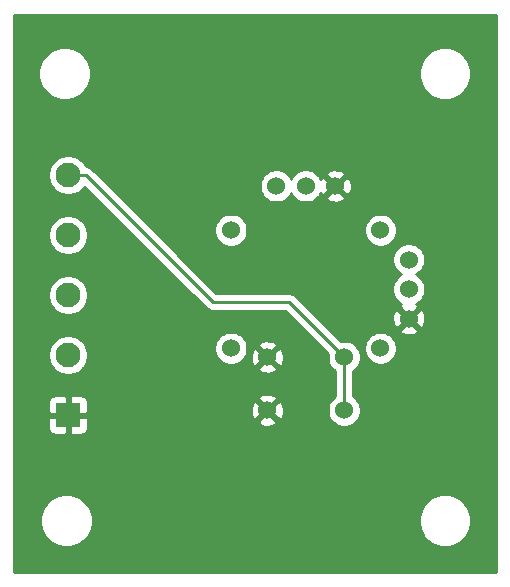
<source format=gbr>
G04 #@! TF.GenerationSoftware,KiCad,Pcbnew,(5.1.5)-3*
G04 #@! TF.CreationDate,2020-07-03T21:41:31-07:00*
G04 #@! TF.ProjectId,joystick,6a6f7973-7469-4636-9b2e-6b696361645f,rev?*
G04 #@! TF.SameCoordinates,Original*
G04 #@! TF.FileFunction,Copper,L2,Bot*
G04 #@! TF.FilePolarity,Positive*
%FSLAX46Y46*%
G04 Gerber Fmt 4.6, Leading zero omitted, Abs format (unit mm)*
G04 Created by KiCad (PCBNEW (5.1.5)-3) date 2020-07-03 21:41:31*
%MOMM*%
%LPD*%
G04 APERTURE LIST*
%ADD10C,1.524000*%
%ADD11R,2.100000X2.100000*%
%ADD12C,2.100000*%
%ADD13C,0.250000*%
%ADD14C,0.254000*%
G04 APERTURE END LIST*
D10*
X117492400Y-64556000D03*
X117492400Y-62056000D03*
X117492400Y-59556000D03*
X111262400Y-53326000D03*
X108762400Y-53326000D03*
X106262400Y-53326000D03*
X112012400Y-67806000D03*
X105512400Y-67806000D03*
X105512400Y-72306000D03*
X112012400Y-72306000D03*
X115087400Y-57056000D03*
X115087400Y-67056000D03*
X102437400Y-67056000D03*
X102437400Y-57056000D03*
D11*
X88646000Y-72720200D03*
D12*
X88646000Y-67640200D03*
X88646000Y-62560200D03*
X88646000Y-57480200D03*
X88646000Y-52400200D03*
D13*
X90130924Y-52400200D02*
X100875124Y-63144400D01*
X88646000Y-52400200D02*
X90130924Y-52400200D01*
X107350800Y-63144400D02*
X112012400Y-67806000D01*
X100875124Y-63144400D02*
X107350800Y-63144400D01*
X112012400Y-67806000D02*
X112012400Y-72306000D01*
D14*
G36*
X124888401Y-85966700D02*
G01*
X84035500Y-85966700D01*
X84035500Y-81453572D01*
X86245900Y-81453572D01*
X86245900Y-81893828D01*
X86331790Y-82325625D01*
X86500269Y-82732369D01*
X86744862Y-83098429D01*
X87056171Y-83409738D01*
X87422231Y-83654331D01*
X87828975Y-83822810D01*
X88260772Y-83908700D01*
X88701028Y-83908700D01*
X89132825Y-83822810D01*
X89539569Y-83654331D01*
X89905629Y-83409738D01*
X90216938Y-83098429D01*
X90461531Y-82732369D01*
X90630010Y-82325625D01*
X90715900Y-81893828D01*
X90715900Y-81453572D01*
X118313400Y-81453572D01*
X118313400Y-81893828D01*
X118399290Y-82325625D01*
X118567769Y-82732369D01*
X118812362Y-83098429D01*
X119123671Y-83409738D01*
X119489731Y-83654331D01*
X119896475Y-83822810D01*
X120328272Y-83908700D01*
X120768528Y-83908700D01*
X121200325Y-83822810D01*
X121607069Y-83654331D01*
X121973129Y-83409738D01*
X122284438Y-83098429D01*
X122529031Y-82732369D01*
X122697510Y-82325625D01*
X122783400Y-81893828D01*
X122783400Y-81453572D01*
X122697510Y-81021775D01*
X122529031Y-80615031D01*
X122284438Y-80248971D01*
X121973129Y-79937662D01*
X121607069Y-79693069D01*
X121200325Y-79524590D01*
X120768528Y-79438700D01*
X120328272Y-79438700D01*
X119896475Y-79524590D01*
X119489731Y-79693069D01*
X119123671Y-79937662D01*
X118812362Y-80248971D01*
X118567769Y-80615031D01*
X118399290Y-81021775D01*
X118313400Y-81453572D01*
X90715900Y-81453572D01*
X90630010Y-81021775D01*
X90461531Y-80615031D01*
X90216938Y-80248971D01*
X89905629Y-79937662D01*
X89539569Y-79693069D01*
X89132825Y-79524590D01*
X88701028Y-79438700D01*
X88260772Y-79438700D01*
X87828975Y-79524590D01*
X87422231Y-79693069D01*
X87056171Y-79937662D01*
X86744862Y-80248971D01*
X86500269Y-80615031D01*
X86331790Y-81021775D01*
X86245900Y-81453572D01*
X84035500Y-81453572D01*
X84035500Y-73770200D01*
X86957928Y-73770200D01*
X86970188Y-73894682D01*
X87006498Y-74014380D01*
X87065463Y-74124694D01*
X87144815Y-74221385D01*
X87241506Y-74300737D01*
X87351820Y-74359702D01*
X87471518Y-74396012D01*
X87596000Y-74408272D01*
X88360250Y-74405200D01*
X88519000Y-74246450D01*
X88519000Y-72847200D01*
X88773000Y-72847200D01*
X88773000Y-74246450D01*
X88931750Y-74405200D01*
X89696000Y-74408272D01*
X89820482Y-74396012D01*
X89940180Y-74359702D01*
X90050494Y-74300737D01*
X90147185Y-74221385D01*
X90226537Y-74124694D01*
X90285502Y-74014380D01*
X90321812Y-73894682D01*
X90334072Y-73770200D01*
X90332068Y-73271565D01*
X104726440Y-73271565D01*
X104793420Y-73511656D01*
X105042448Y-73628756D01*
X105309535Y-73695023D01*
X105584417Y-73707910D01*
X105856533Y-73666922D01*
X106115423Y-73573636D01*
X106231380Y-73511656D01*
X106298360Y-73271565D01*
X105512400Y-72485605D01*
X104726440Y-73271565D01*
X90332068Y-73271565D01*
X90331000Y-73005950D01*
X90172250Y-72847200D01*
X88773000Y-72847200D01*
X88519000Y-72847200D01*
X87119750Y-72847200D01*
X86961000Y-73005950D01*
X86957928Y-73770200D01*
X84035500Y-73770200D01*
X84035500Y-71670200D01*
X86957928Y-71670200D01*
X86961000Y-72434450D01*
X87119750Y-72593200D01*
X88519000Y-72593200D01*
X88519000Y-71193950D01*
X88773000Y-71193950D01*
X88773000Y-72593200D01*
X90172250Y-72593200D01*
X90331000Y-72434450D01*
X90331226Y-72378017D01*
X104110490Y-72378017D01*
X104151478Y-72650133D01*
X104244764Y-72909023D01*
X104306744Y-73024980D01*
X104546835Y-73091960D01*
X105332795Y-72306000D01*
X105692005Y-72306000D01*
X106477965Y-73091960D01*
X106718056Y-73024980D01*
X106835156Y-72775952D01*
X106901423Y-72508865D01*
X106914310Y-72233983D01*
X106873322Y-71961867D01*
X106780036Y-71702977D01*
X106718056Y-71587020D01*
X106477965Y-71520040D01*
X105692005Y-72306000D01*
X105332795Y-72306000D01*
X104546835Y-71520040D01*
X104306744Y-71587020D01*
X104189644Y-71836048D01*
X104123377Y-72103135D01*
X104110490Y-72378017D01*
X90331226Y-72378017D01*
X90334072Y-71670200D01*
X90321812Y-71545718D01*
X90285502Y-71426020D01*
X90239756Y-71340435D01*
X104726440Y-71340435D01*
X105512400Y-72126395D01*
X106298360Y-71340435D01*
X106231380Y-71100344D01*
X105982352Y-70983244D01*
X105715265Y-70916977D01*
X105440383Y-70904090D01*
X105168267Y-70945078D01*
X104909377Y-71038364D01*
X104793420Y-71100344D01*
X104726440Y-71340435D01*
X90239756Y-71340435D01*
X90226537Y-71315706D01*
X90147185Y-71219015D01*
X90050494Y-71139663D01*
X89940180Y-71080698D01*
X89820482Y-71044388D01*
X89696000Y-71032128D01*
X88931750Y-71035200D01*
X88773000Y-71193950D01*
X88519000Y-71193950D01*
X88360250Y-71035200D01*
X87596000Y-71032128D01*
X87471518Y-71044388D01*
X87351820Y-71080698D01*
X87241506Y-71139663D01*
X87144815Y-71219015D01*
X87065463Y-71315706D01*
X87006498Y-71426020D01*
X86970188Y-71545718D01*
X86957928Y-71670200D01*
X84035500Y-71670200D01*
X84035500Y-67474242D01*
X86961000Y-67474242D01*
X86961000Y-67806158D01*
X87025754Y-68131696D01*
X87152772Y-68438347D01*
X87337175Y-68714325D01*
X87571875Y-68949025D01*
X87847853Y-69133428D01*
X88154504Y-69260446D01*
X88480042Y-69325200D01*
X88811958Y-69325200D01*
X89137496Y-69260446D01*
X89444147Y-69133428D01*
X89720125Y-68949025D01*
X89897585Y-68771565D01*
X104726440Y-68771565D01*
X104793420Y-69011656D01*
X105042448Y-69128756D01*
X105309535Y-69195023D01*
X105584417Y-69207910D01*
X105856533Y-69166922D01*
X106115423Y-69073636D01*
X106231380Y-69011656D01*
X106298360Y-68771565D01*
X105512400Y-67985605D01*
X104726440Y-68771565D01*
X89897585Y-68771565D01*
X89954825Y-68714325D01*
X90139228Y-68438347D01*
X90266246Y-68131696D01*
X90331000Y-67806158D01*
X90331000Y-67474242D01*
X90266246Y-67148704D01*
X90170856Y-66918408D01*
X101040400Y-66918408D01*
X101040400Y-67193592D01*
X101094086Y-67463490D01*
X101199395Y-67717727D01*
X101352280Y-67946535D01*
X101546865Y-68141120D01*
X101775673Y-68294005D01*
X102029910Y-68399314D01*
X102299808Y-68453000D01*
X102574992Y-68453000D01*
X102844890Y-68399314D01*
X103099127Y-68294005D01*
X103327935Y-68141120D01*
X103522520Y-67946535D01*
X103568302Y-67878017D01*
X104110490Y-67878017D01*
X104151478Y-68150133D01*
X104244764Y-68409023D01*
X104306744Y-68524980D01*
X104546835Y-68591960D01*
X105332795Y-67806000D01*
X105692005Y-67806000D01*
X106477965Y-68591960D01*
X106718056Y-68524980D01*
X106835156Y-68275952D01*
X106901423Y-68008865D01*
X106914310Y-67733983D01*
X106873322Y-67461867D01*
X106780036Y-67202977D01*
X106718056Y-67087020D01*
X106477965Y-67020040D01*
X105692005Y-67806000D01*
X105332795Y-67806000D01*
X104546835Y-67020040D01*
X104306744Y-67087020D01*
X104189644Y-67336048D01*
X104123377Y-67603135D01*
X104110490Y-67878017D01*
X103568302Y-67878017D01*
X103675405Y-67717727D01*
X103780714Y-67463490D01*
X103834400Y-67193592D01*
X103834400Y-66918408D01*
X103818891Y-66840435D01*
X104726440Y-66840435D01*
X105512400Y-67626395D01*
X106298360Y-66840435D01*
X106231380Y-66600344D01*
X105982352Y-66483244D01*
X105715265Y-66416977D01*
X105440383Y-66404090D01*
X105168267Y-66445078D01*
X104909377Y-66538364D01*
X104793420Y-66600344D01*
X104726440Y-66840435D01*
X103818891Y-66840435D01*
X103780714Y-66648510D01*
X103675405Y-66394273D01*
X103522520Y-66165465D01*
X103327935Y-65970880D01*
X103099127Y-65817995D01*
X102844890Y-65712686D01*
X102574992Y-65659000D01*
X102299808Y-65659000D01*
X102029910Y-65712686D01*
X101775673Y-65817995D01*
X101546865Y-65970880D01*
X101352280Y-66165465D01*
X101199395Y-66394273D01*
X101094086Y-66648510D01*
X101040400Y-66918408D01*
X90170856Y-66918408D01*
X90139228Y-66842053D01*
X89954825Y-66566075D01*
X89720125Y-66331375D01*
X89444147Y-66146972D01*
X89137496Y-66019954D01*
X88811958Y-65955200D01*
X88480042Y-65955200D01*
X88154504Y-66019954D01*
X87847853Y-66146972D01*
X87571875Y-66331375D01*
X87337175Y-66566075D01*
X87152772Y-66842053D01*
X87025754Y-67148704D01*
X86961000Y-67474242D01*
X84035500Y-67474242D01*
X84035500Y-62394242D01*
X86961000Y-62394242D01*
X86961000Y-62726158D01*
X87025754Y-63051696D01*
X87152772Y-63358347D01*
X87337175Y-63634325D01*
X87571875Y-63869025D01*
X87847853Y-64053428D01*
X88154504Y-64180446D01*
X88480042Y-64245200D01*
X88811958Y-64245200D01*
X89137496Y-64180446D01*
X89444147Y-64053428D01*
X89720125Y-63869025D01*
X89954825Y-63634325D01*
X90139228Y-63358347D01*
X90266246Y-63051696D01*
X90331000Y-62726158D01*
X90331000Y-62394242D01*
X90266246Y-62068704D01*
X90139228Y-61762053D01*
X89954825Y-61486075D01*
X89720125Y-61251375D01*
X89444147Y-61066972D01*
X89137496Y-60939954D01*
X88811958Y-60875200D01*
X88480042Y-60875200D01*
X88154504Y-60939954D01*
X87847853Y-61066972D01*
X87571875Y-61251375D01*
X87337175Y-61486075D01*
X87152772Y-61762053D01*
X87025754Y-62068704D01*
X86961000Y-62394242D01*
X84035500Y-62394242D01*
X84035500Y-57314242D01*
X86961000Y-57314242D01*
X86961000Y-57646158D01*
X87025754Y-57971696D01*
X87152772Y-58278347D01*
X87337175Y-58554325D01*
X87571875Y-58789025D01*
X87847853Y-58973428D01*
X88154504Y-59100446D01*
X88480042Y-59165200D01*
X88811958Y-59165200D01*
X89137496Y-59100446D01*
X89444147Y-58973428D01*
X89720125Y-58789025D01*
X89954825Y-58554325D01*
X90139228Y-58278347D01*
X90266246Y-57971696D01*
X90331000Y-57646158D01*
X90331000Y-57314242D01*
X90266246Y-56988704D01*
X90139228Y-56682053D01*
X89954825Y-56406075D01*
X89720125Y-56171375D01*
X89444147Y-55986972D01*
X89137496Y-55859954D01*
X88811958Y-55795200D01*
X88480042Y-55795200D01*
X88154504Y-55859954D01*
X87847853Y-55986972D01*
X87571875Y-56171375D01*
X87337175Y-56406075D01*
X87152772Y-56682053D01*
X87025754Y-56988704D01*
X86961000Y-57314242D01*
X84035500Y-57314242D01*
X84035500Y-52234242D01*
X86961000Y-52234242D01*
X86961000Y-52566158D01*
X87025754Y-52891696D01*
X87152772Y-53198347D01*
X87337175Y-53474325D01*
X87571875Y-53709025D01*
X87847853Y-53893428D01*
X88154504Y-54020446D01*
X88480042Y-54085200D01*
X88811958Y-54085200D01*
X89137496Y-54020446D01*
X89444147Y-53893428D01*
X89720125Y-53709025D01*
X89954825Y-53474325D01*
X90025090Y-53369167D01*
X100311324Y-63655402D01*
X100335123Y-63684401D01*
X100450848Y-63779374D01*
X100582877Y-63849946D01*
X100726138Y-63893403D01*
X100837791Y-63904400D01*
X100837800Y-63904400D01*
X100875123Y-63908076D01*
X100912446Y-63904400D01*
X107035999Y-63904400D01*
X110646028Y-67514430D01*
X110615400Y-67668408D01*
X110615400Y-67943592D01*
X110669086Y-68213490D01*
X110774395Y-68467727D01*
X110927280Y-68696535D01*
X111121865Y-68891120D01*
X111252400Y-68978341D01*
X111252401Y-71133659D01*
X111121865Y-71220880D01*
X110927280Y-71415465D01*
X110774395Y-71644273D01*
X110669086Y-71898510D01*
X110615400Y-72168408D01*
X110615400Y-72443592D01*
X110669086Y-72713490D01*
X110774395Y-72967727D01*
X110927280Y-73196535D01*
X111121865Y-73391120D01*
X111350673Y-73544005D01*
X111604910Y-73649314D01*
X111874808Y-73703000D01*
X112149992Y-73703000D01*
X112419890Y-73649314D01*
X112674127Y-73544005D01*
X112902935Y-73391120D01*
X113097520Y-73196535D01*
X113250405Y-72967727D01*
X113355714Y-72713490D01*
X113409400Y-72443592D01*
X113409400Y-72168408D01*
X113355714Y-71898510D01*
X113250405Y-71644273D01*
X113097520Y-71415465D01*
X112902935Y-71220880D01*
X112772400Y-71133659D01*
X112772400Y-68978341D01*
X112902935Y-68891120D01*
X113097520Y-68696535D01*
X113250405Y-68467727D01*
X113355714Y-68213490D01*
X113409400Y-67943592D01*
X113409400Y-67668408D01*
X113355714Y-67398510D01*
X113250405Y-67144273D01*
X113099487Y-66918408D01*
X113690400Y-66918408D01*
X113690400Y-67193592D01*
X113744086Y-67463490D01*
X113849395Y-67717727D01*
X114002280Y-67946535D01*
X114196865Y-68141120D01*
X114425673Y-68294005D01*
X114679910Y-68399314D01*
X114949808Y-68453000D01*
X115224992Y-68453000D01*
X115494890Y-68399314D01*
X115749127Y-68294005D01*
X115977935Y-68141120D01*
X116172520Y-67946535D01*
X116325405Y-67717727D01*
X116430714Y-67463490D01*
X116484400Y-67193592D01*
X116484400Y-66918408D01*
X116430714Y-66648510D01*
X116325405Y-66394273D01*
X116172520Y-66165465D01*
X115977935Y-65970880D01*
X115749127Y-65817995D01*
X115494890Y-65712686D01*
X115224992Y-65659000D01*
X114949808Y-65659000D01*
X114679910Y-65712686D01*
X114425673Y-65817995D01*
X114196865Y-65970880D01*
X114002280Y-66165465D01*
X113849395Y-66394273D01*
X113744086Y-66648510D01*
X113690400Y-66918408D01*
X113099487Y-66918408D01*
X113097520Y-66915465D01*
X112902935Y-66720880D01*
X112674127Y-66567995D01*
X112419890Y-66462686D01*
X112149992Y-66409000D01*
X111874808Y-66409000D01*
X111720830Y-66439628D01*
X110802767Y-65521565D01*
X116706440Y-65521565D01*
X116773420Y-65761656D01*
X117022448Y-65878756D01*
X117289535Y-65945023D01*
X117564417Y-65957910D01*
X117836533Y-65916922D01*
X118095423Y-65823636D01*
X118211380Y-65761656D01*
X118278360Y-65521565D01*
X117492400Y-64735605D01*
X116706440Y-65521565D01*
X110802767Y-65521565D01*
X109909219Y-64628017D01*
X116090490Y-64628017D01*
X116131478Y-64900133D01*
X116224764Y-65159023D01*
X116286744Y-65274980D01*
X116526835Y-65341960D01*
X117312795Y-64556000D01*
X117672005Y-64556000D01*
X118457965Y-65341960D01*
X118698056Y-65274980D01*
X118815156Y-65025952D01*
X118881423Y-64758865D01*
X118894310Y-64483983D01*
X118853322Y-64211867D01*
X118760036Y-63952977D01*
X118698056Y-63837020D01*
X118457965Y-63770040D01*
X117672005Y-64556000D01*
X117312795Y-64556000D01*
X116526835Y-63770040D01*
X116286744Y-63837020D01*
X116169644Y-64086048D01*
X116103377Y-64353135D01*
X116090490Y-64628017D01*
X109909219Y-64628017D01*
X107914604Y-62633403D01*
X107890801Y-62604399D01*
X107775076Y-62509426D01*
X107643047Y-62438854D01*
X107499786Y-62395397D01*
X107388133Y-62384400D01*
X107388122Y-62384400D01*
X107350800Y-62380724D01*
X107313478Y-62384400D01*
X101189926Y-62384400D01*
X98223934Y-59418408D01*
X116095400Y-59418408D01*
X116095400Y-59693592D01*
X116149086Y-59963490D01*
X116254395Y-60217727D01*
X116407280Y-60446535D01*
X116601865Y-60641120D01*
X116830673Y-60794005D01*
X116859631Y-60806000D01*
X116830673Y-60817995D01*
X116601865Y-60970880D01*
X116407280Y-61165465D01*
X116254395Y-61394273D01*
X116149086Y-61648510D01*
X116095400Y-61918408D01*
X116095400Y-62193592D01*
X116149086Y-62463490D01*
X116254395Y-62717727D01*
X116407280Y-62946535D01*
X116601865Y-63141120D01*
X116830673Y-63294005D01*
X116857801Y-63305242D01*
X116773420Y-63350344D01*
X116706440Y-63590435D01*
X117492400Y-64376395D01*
X118278360Y-63590435D01*
X118211380Y-63350344D01*
X118120867Y-63307782D01*
X118154127Y-63294005D01*
X118382935Y-63141120D01*
X118577520Y-62946535D01*
X118730405Y-62717727D01*
X118835714Y-62463490D01*
X118889400Y-62193592D01*
X118889400Y-61918408D01*
X118835714Y-61648510D01*
X118730405Y-61394273D01*
X118577520Y-61165465D01*
X118382935Y-60970880D01*
X118154127Y-60817995D01*
X118125169Y-60806000D01*
X118154127Y-60794005D01*
X118382935Y-60641120D01*
X118577520Y-60446535D01*
X118730405Y-60217727D01*
X118835714Y-59963490D01*
X118889400Y-59693592D01*
X118889400Y-59418408D01*
X118835714Y-59148510D01*
X118730405Y-58894273D01*
X118577520Y-58665465D01*
X118382935Y-58470880D01*
X118154127Y-58317995D01*
X117899890Y-58212686D01*
X117629992Y-58159000D01*
X117354808Y-58159000D01*
X117084910Y-58212686D01*
X116830673Y-58317995D01*
X116601865Y-58470880D01*
X116407280Y-58665465D01*
X116254395Y-58894273D01*
X116149086Y-59148510D01*
X116095400Y-59418408D01*
X98223934Y-59418408D01*
X95723934Y-56918408D01*
X101040400Y-56918408D01*
X101040400Y-57193592D01*
X101094086Y-57463490D01*
X101199395Y-57717727D01*
X101352280Y-57946535D01*
X101546865Y-58141120D01*
X101775673Y-58294005D01*
X102029910Y-58399314D01*
X102299808Y-58453000D01*
X102574992Y-58453000D01*
X102844890Y-58399314D01*
X103099127Y-58294005D01*
X103327935Y-58141120D01*
X103522520Y-57946535D01*
X103675405Y-57717727D01*
X103780714Y-57463490D01*
X103834400Y-57193592D01*
X103834400Y-56918408D01*
X113690400Y-56918408D01*
X113690400Y-57193592D01*
X113744086Y-57463490D01*
X113849395Y-57717727D01*
X114002280Y-57946535D01*
X114196865Y-58141120D01*
X114425673Y-58294005D01*
X114679910Y-58399314D01*
X114949808Y-58453000D01*
X115224992Y-58453000D01*
X115494890Y-58399314D01*
X115749127Y-58294005D01*
X115977935Y-58141120D01*
X116172520Y-57946535D01*
X116325405Y-57717727D01*
X116430714Y-57463490D01*
X116484400Y-57193592D01*
X116484400Y-56918408D01*
X116430714Y-56648510D01*
X116325405Y-56394273D01*
X116172520Y-56165465D01*
X115977935Y-55970880D01*
X115749127Y-55817995D01*
X115494890Y-55712686D01*
X115224992Y-55659000D01*
X114949808Y-55659000D01*
X114679910Y-55712686D01*
X114425673Y-55817995D01*
X114196865Y-55970880D01*
X114002280Y-56165465D01*
X113849395Y-56394273D01*
X113744086Y-56648510D01*
X113690400Y-56918408D01*
X103834400Y-56918408D01*
X103780714Y-56648510D01*
X103675405Y-56394273D01*
X103522520Y-56165465D01*
X103327935Y-55970880D01*
X103099127Y-55817995D01*
X102844890Y-55712686D01*
X102574992Y-55659000D01*
X102299808Y-55659000D01*
X102029910Y-55712686D01*
X101775673Y-55817995D01*
X101546865Y-55970880D01*
X101352280Y-56165465D01*
X101199395Y-56394273D01*
X101094086Y-56648510D01*
X101040400Y-56918408D01*
X95723934Y-56918408D01*
X91993934Y-53188408D01*
X104865400Y-53188408D01*
X104865400Y-53463592D01*
X104919086Y-53733490D01*
X105024395Y-53987727D01*
X105177280Y-54216535D01*
X105371865Y-54411120D01*
X105600673Y-54564005D01*
X105854910Y-54669314D01*
X106124808Y-54723000D01*
X106399992Y-54723000D01*
X106669890Y-54669314D01*
X106924127Y-54564005D01*
X107152935Y-54411120D01*
X107347520Y-54216535D01*
X107500405Y-53987727D01*
X107512400Y-53958769D01*
X107524395Y-53987727D01*
X107677280Y-54216535D01*
X107871865Y-54411120D01*
X108100673Y-54564005D01*
X108354910Y-54669314D01*
X108624808Y-54723000D01*
X108899992Y-54723000D01*
X109169890Y-54669314D01*
X109424127Y-54564005D01*
X109652935Y-54411120D01*
X109772490Y-54291565D01*
X110476440Y-54291565D01*
X110543420Y-54531656D01*
X110792448Y-54648756D01*
X111059535Y-54715023D01*
X111334417Y-54727910D01*
X111606533Y-54686922D01*
X111865423Y-54593636D01*
X111981380Y-54531656D01*
X112048360Y-54291565D01*
X111262400Y-53505605D01*
X110476440Y-54291565D01*
X109772490Y-54291565D01*
X109847520Y-54216535D01*
X110000405Y-53987727D01*
X110011642Y-53960599D01*
X110056744Y-54044980D01*
X110296835Y-54111960D01*
X111082795Y-53326000D01*
X111442005Y-53326000D01*
X112227965Y-54111960D01*
X112468056Y-54044980D01*
X112585156Y-53795952D01*
X112651423Y-53528865D01*
X112664310Y-53253983D01*
X112623322Y-52981867D01*
X112530036Y-52722977D01*
X112468056Y-52607020D01*
X112227965Y-52540040D01*
X111442005Y-53326000D01*
X111082795Y-53326000D01*
X110296835Y-52540040D01*
X110056744Y-52607020D01*
X110014182Y-52697533D01*
X110000405Y-52664273D01*
X109847520Y-52435465D01*
X109772490Y-52360435D01*
X110476440Y-52360435D01*
X111262400Y-53146395D01*
X112048360Y-52360435D01*
X111981380Y-52120344D01*
X111732352Y-52003244D01*
X111465265Y-51936977D01*
X111190383Y-51924090D01*
X110918267Y-51965078D01*
X110659377Y-52058364D01*
X110543420Y-52120344D01*
X110476440Y-52360435D01*
X109772490Y-52360435D01*
X109652935Y-52240880D01*
X109424127Y-52087995D01*
X109169890Y-51982686D01*
X108899992Y-51929000D01*
X108624808Y-51929000D01*
X108354910Y-51982686D01*
X108100673Y-52087995D01*
X107871865Y-52240880D01*
X107677280Y-52435465D01*
X107524395Y-52664273D01*
X107512400Y-52693231D01*
X107500405Y-52664273D01*
X107347520Y-52435465D01*
X107152935Y-52240880D01*
X106924127Y-52087995D01*
X106669890Y-51982686D01*
X106399992Y-51929000D01*
X106124808Y-51929000D01*
X105854910Y-51982686D01*
X105600673Y-52087995D01*
X105371865Y-52240880D01*
X105177280Y-52435465D01*
X105024395Y-52664273D01*
X104919086Y-52918510D01*
X104865400Y-53188408D01*
X91993934Y-53188408D01*
X90694728Y-51889203D01*
X90670925Y-51860199D01*
X90555200Y-51765226D01*
X90423171Y-51694654D01*
X90279910Y-51651197D01*
X90168257Y-51640200D01*
X90168246Y-51640200D01*
X90154467Y-51638843D01*
X90139228Y-51602053D01*
X89954825Y-51326075D01*
X89720125Y-51091375D01*
X89444147Y-50906972D01*
X89137496Y-50779954D01*
X88811958Y-50715200D01*
X88480042Y-50715200D01*
X88154504Y-50779954D01*
X87847853Y-50906972D01*
X87571875Y-51091375D01*
X87337175Y-51326075D01*
X87152772Y-51602053D01*
X87025754Y-51908704D01*
X86961000Y-52234242D01*
X84035500Y-52234242D01*
X84035500Y-43569472D01*
X86131600Y-43569472D01*
X86131600Y-44009728D01*
X86217490Y-44441525D01*
X86385969Y-44848269D01*
X86630562Y-45214329D01*
X86941871Y-45525638D01*
X87307931Y-45770231D01*
X87714675Y-45938710D01*
X88146472Y-46024600D01*
X88586728Y-46024600D01*
X89018525Y-45938710D01*
X89425269Y-45770231D01*
X89791329Y-45525638D01*
X90102638Y-45214329D01*
X90347231Y-44848269D01*
X90515710Y-44441525D01*
X90601600Y-44009728D01*
X90601600Y-43569472D01*
X118313400Y-43569472D01*
X118313400Y-44009728D01*
X118399290Y-44441525D01*
X118567769Y-44848269D01*
X118812362Y-45214329D01*
X119123671Y-45525638D01*
X119489731Y-45770231D01*
X119896475Y-45938710D01*
X120328272Y-46024600D01*
X120768528Y-46024600D01*
X121200325Y-45938710D01*
X121607069Y-45770231D01*
X121973129Y-45525638D01*
X122284438Y-45214329D01*
X122529031Y-44848269D01*
X122697510Y-44441525D01*
X122783400Y-44009728D01*
X122783400Y-43569472D01*
X122697510Y-43137675D01*
X122529031Y-42730931D01*
X122284438Y-42364871D01*
X121973129Y-42053562D01*
X121607069Y-41808969D01*
X121200325Y-41640490D01*
X120768528Y-41554600D01*
X120328272Y-41554600D01*
X119896475Y-41640490D01*
X119489731Y-41808969D01*
X119123671Y-42053562D01*
X118812362Y-42364871D01*
X118567769Y-42730931D01*
X118399290Y-43137675D01*
X118313400Y-43569472D01*
X90601600Y-43569472D01*
X90515710Y-43137675D01*
X90347231Y-42730931D01*
X90102638Y-42364871D01*
X89791329Y-42053562D01*
X89425269Y-41808969D01*
X89018525Y-41640490D01*
X88586728Y-41554600D01*
X88146472Y-41554600D01*
X87714675Y-41640490D01*
X87307931Y-41808969D01*
X86941871Y-42053562D01*
X86630562Y-42364871D01*
X86385969Y-42730931D01*
X86217490Y-43137675D01*
X86131600Y-43569472D01*
X84035500Y-43569472D01*
X84035500Y-38887000D01*
X124888400Y-38887000D01*
X124888401Y-85966700D01*
G37*
X124888401Y-85966700D02*
X84035500Y-85966700D01*
X84035500Y-81453572D01*
X86245900Y-81453572D01*
X86245900Y-81893828D01*
X86331790Y-82325625D01*
X86500269Y-82732369D01*
X86744862Y-83098429D01*
X87056171Y-83409738D01*
X87422231Y-83654331D01*
X87828975Y-83822810D01*
X88260772Y-83908700D01*
X88701028Y-83908700D01*
X89132825Y-83822810D01*
X89539569Y-83654331D01*
X89905629Y-83409738D01*
X90216938Y-83098429D01*
X90461531Y-82732369D01*
X90630010Y-82325625D01*
X90715900Y-81893828D01*
X90715900Y-81453572D01*
X118313400Y-81453572D01*
X118313400Y-81893828D01*
X118399290Y-82325625D01*
X118567769Y-82732369D01*
X118812362Y-83098429D01*
X119123671Y-83409738D01*
X119489731Y-83654331D01*
X119896475Y-83822810D01*
X120328272Y-83908700D01*
X120768528Y-83908700D01*
X121200325Y-83822810D01*
X121607069Y-83654331D01*
X121973129Y-83409738D01*
X122284438Y-83098429D01*
X122529031Y-82732369D01*
X122697510Y-82325625D01*
X122783400Y-81893828D01*
X122783400Y-81453572D01*
X122697510Y-81021775D01*
X122529031Y-80615031D01*
X122284438Y-80248971D01*
X121973129Y-79937662D01*
X121607069Y-79693069D01*
X121200325Y-79524590D01*
X120768528Y-79438700D01*
X120328272Y-79438700D01*
X119896475Y-79524590D01*
X119489731Y-79693069D01*
X119123671Y-79937662D01*
X118812362Y-80248971D01*
X118567769Y-80615031D01*
X118399290Y-81021775D01*
X118313400Y-81453572D01*
X90715900Y-81453572D01*
X90630010Y-81021775D01*
X90461531Y-80615031D01*
X90216938Y-80248971D01*
X89905629Y-79937662D01*
X89539569Y-79693069D01*
X89132825Y-79524590D01*
X88701028Y-79438700D01*
X88260772Y-79438700D01*
X87828975Y-79524590D01*
X87422231Y-79693069D01*
X87056171Y-79937662D01*
X86744862Y-80248971D01*
X86500269Y-80615031D01*
X86331790Y-81021775D01*
X86245900Y-81453572D01*
X84035500Y-81453572D01*
X84035500Y-73770200D01*
X86957928Y-73770200D01*
X86970188Y-73894682D01*
X87006498Y-74014380D01*
X87065463Y-74124694D01*
X87144815Y-74221385D01*
X87241506Y-74300737D01*
X87351820Y-74359702D01*
X87471518Y-74396012D01*
X87596000Y-74408272D01*
X88360250Y-74405200D01*
X88519000Y-74246450D01*
X88519000Y-72847200D01*
X88773000Y-72847200D01*
X88773000Y-74246450D01*
X88931750Y-74405200D01*
X89696000Y-74408272D01*
X89820482Y-74396012D01*
X89940180Y-74359702D01*
X90050494Y-74300737D01*
X90147185Y-74221385D01*
X90226537Y-74124694D01*
X90285502Y-74014380D01*
X90321812Y-73894682D01*
X90334072Y-73770200D01*
X90332068Y-73271565D01*
X104726440Y-73271565D01*
X104793420Y-73511656D01*
X105042448Y-73628756D01*
X105309535Y-73695023D01*
X105584417Y-73707910D01*
X105856533Y-73666922D01*
X106115423Y-73573636D01*
X106231380Y-73511656D01*
X106298360Y-73271565D01*
X105512400Y-72485605D01*
X104726440Y-73271565D01*
X90332068Y-73271565D01*
X90331000Y-73005950D01*
X90172250Y-72847200D01*
X88773000Y-72847200D01*
X88519000Y-72847200D01*
X87119750Y-72847200D01*
X86961000Y-73005950D01*
X86957928Y-73770200D01*
X84035500Y-73770200D01*
X84035500Y-71670200D01*
X86957928Y-71670200D01*
X86961000Y-72434450D01*
X87119750Y-72593200D01*
X88519000Y-72593200D01*
X88519000Y-71193950D01*
X88773000Y-71193950D01*
X88773000Y-72593200D01*
X90172250Y-72593200D01*
X90331000Y-72434450D01*
X90331226Y-72378017D01*
X104110490Y-72378017D01*
X104151478Y-72650133D01*
X104244764Y-72909023D01*
X104306744Y-73024980D01*
X104546835Y-73091960D01*
X105332795Y-72306000D01*
X105692005Y-72306000D01*
X106477965Y-73091960D01*
X106718056Y-73024980D01*
X106835156Y-72775952D01*
X106901423Y-72508865D01*
X106914310Y-72233983D01*
X106873322Y-71961867D01*
X106780036Y-71702977D01*
X106718056Y-71587020D01*
X106477965Y-71520040D01*
X105692005Y-72306000D01*
X105332795Y-72306000D01*
X104546835Y-71520040D01*
X104306744Y-71587020D01*
X104189644Y-71836048D01*
X104123377Y-72103135D01*
X104110490Y-72378017D01*
X90331226Y-72378017D01*
X90334072Y-71670200D01*
X90321812Y-71545718D01*
X90285502Y-71426020D01*
X90239756Y-71340435D01*
X104726440Y-71340435D01*
X105512400Y-72126395D01*
X106298360Y-71340435D01*
X106231380Y-71100344D01*
X105982352Y-70983244D01*
X105715265Y-70916977D01*
X105440383Y-70904090D01*
X105168267Y-70945078D01*
X104909377Y-71038364D01*
X104793420Y-71100344D01*
X104726440Y-71340435D01*
X90239756Y-71340435D01*
X90226537Y-71315706D01*
X90147185Y-71219015D01*
X90050494Y-71139663D01*
X89940180Y-71080698D01*
X89820482Y-71044388D01*
X89696000Y-71032128D01*
X88931750Y-71035200D01*
X88773000Y-71193950D01*
X88519000Y-71193950D01*
X88360250Y-71035200D01*
X87596000Y-71032128D01*
X87471518Y-71044388D01*
X87351820Y-71080698D01*
X87241506Y-71139663D01*
X87144815Y-71219015D01*
X87065463Y-71315706D01*
X87006498Y-71426020D01*
X86970188Y-71545718D01*
X86957928Y-71670200D01*
X84035500Y-71670200D01*
X84035500Y-67474242D01*
X86961000Y-67474242D01*
X86961000Y-67806158D01*
X87025754Y-68131696D01*
X87152772Y-68438347D01*
X87337175Y-68714325D01*
X87571875Y-68949025D01*
X87847853Y-69133428D01*
X88154504Y-69260446D01*
X88480042Y-69325200D01*
X88811958Y-69325200D01*
X89137496Y-69260446D01*
X89444147Y-69133428D01*
X89720125Y-68949025D01*
X89897585Y-68771565D01*
X104726440Y-68771565D01*
X104793420Y-69011656D01*
X105042448Y-69128756D01*
X105309535Y-69195023D01*
X105584417Y-69207910D01*
X105856533Y-69166922D01*
X106115423Y-69073636D01*
X106231380Y-69011656D01*
X106298360Y-68771565D01*
X105512400Y-67985605D01*
X104726440Y-68771565D01*
X89897585Y-68771565D01*
X89954825Y-68714325D01*
X90139228Y-68438347D01*
X90266246Y-68131696D01*
X90331000Y-67806158D01*
X90331000Y-67474242D01*
X90266246Y-67148704D01*
X90170856Y-66918408D01*
X101040400Y-66918408D01*
X101040400Y-67193592D01*
X101094086Y-67463490D01*
X101199395Y-67717727D01*
X101352280Y-67946535D01*
X101546865Y-68141120D01*
X101775673Y-68294005D01*
X102029910Y-68399314D01*
X102299808Y-68453000D01*
X102574992Y-68453000D01*
X102844890Y-68399314D01*
X103099127Y-68294005D01*
X103327935Y-68141120D01*
X103522520Y-67946535D01*
X103568302Y-67878017D01*
X104110490Y-67878017D01*
X104151478Y-68150133D01*
X104244764Y-68409023D01*
X104306744Y-68524980D01*
X104546835Y-68591960D01*
X105332795Y-67806000D01*
X105692005Y-67806000D01*
X106477965Y-68591960D01*
X106718056Y-68524980D01*
X106835156Y-68275952D01*
X106901423Y-68008865D01*
X106914310Y-67733983D01*
X106873322Y-67461867D01*
X106780036Y-67202977D01*
X106718056Y-67087020D01*
X106477965Y-67020040D01*
X105692005Y-67806000D01*
X105332795Y-67806000D01*
X104546835Y-67020040D01*
X104306744Y-67087020D01*
X104189644Y-67336048D01*
X104123377Y-67603135D01*
X104110490Y-67878017D01*
X103568302Y-67878017D01*
X103675405Y-67717727D01*
X103780714Y-67463490D01*
X103834400Y-67193592D01*
X103834400Y-66918408D01*
X103818891Y-66840435D01*
X104726440Y-66840435D01*
X105512400Y-67626395D01*
X106298360Y-66840435D01*
X106231380Y-66600344D01*
X105982352Y-66483244D01*
X105715265Y-66416977D01*
X105440383Y-66404090D01*
X105168267Y-66445078D01*
X104909377Y-66538364D01*
X104793420Y-66600344D01*
X104726440Y-66840435D01*
X103818891Y-66840435D01*
X103780714Y-66648510D01*
X103675405Y-66394273D01*
X103522520Y-66165465D01*
X103327935Y-65970880D01*
X103099127Y-65817995D01*
X102844890Y-65712686D01*
X102574992Y-65659000D01*
X102299808Y-65659000D01*
X102029910Y-65712686D01*
X101775673Y-65817995D01*
X101546865Y-65970880D01*
X101352280Y-66165465D01*
X101199395Y-66394273D01*
X101094086Y-66648510D01*
X101040400Y-66918408D01*
X90170856Y-66918408D01*
X90139228Y-66842053D01*
X89954825Y-66566075D01*
X89720125Y-66331375D01*
X89444147Y-66146972D01*
X89137496Y-66019954D01*
X88811958Y-65955200D01*
X88480042Y-65955200D01*
X88154504Y-66019954D01*
X87847853Y-66146972D01*
X87571875Y-66331375D01*
X87337175Y-66566075D01*
X87152772Y-66842053D01*
X87025754Y-67148704D01*
X86961000Y-67474242D01*
X84035500Y-67474242D01*
X84035500Y-62394242D01*
X86961000Y-62394242D01*
X86961000Y-62726158D01*
X87025754Y-63051696D01*
X87152772Y-63358347D01*
X87337175Y-63634325D01*
X87571875Y-63869025D01*
X87847853Y-64053428D01*
X88154504Y-64180446D01*
X88480042Y-64245200D01*
X88811958Y-64245200D01*
X89137496Y-64180446D01*
X89444147Y-64053428D01*
X89720125Y-63869025D01*
X89954825Y-63634325D01*
X90139228Y-63358347D01*
X90266246Y-63051696D01*
X90331000Y-62726158D01*
X90331000Y-62394242D01*
X90266246Y-62068704D01*
X90139228Y-61762053D01*
X89954825Y-61486075D01*
X89720125Y-61251375D01*
X89444147Y-61066972D01*
X89137496Y-60939954D01*
X88811958Y-60875200D01*
X88480042Y-60875200D01*
X88154504Y-60939954D01*
X87847853Y-61066972D01*
X87571875Y-61251375D01*
X87337175Y-61486075D01*
X87152772Y-61762053D01*
X87025754Y-62068704D01*
X86961000Y-62394242D01*
X84035500Y-62394242D01*
X84035500Y-57314242D01*
X86961000Y-57314242D01*
X86961000Y-57646158D01*
X87025754Y-57971696D01*
X87152772Y-58278347D01*
X87337175Y-58554325D01*
X87571875Y-58789025D01*
X87847853Y-58973428D01*
X88154504Y-59100446D01*
X88480042Y-59165200D01*
X88811958Y-59165200D01*
X89137496Y-59100446D01*
X89444147Y-58973428D01*
X89720125Y-58789025D01*
X89954825Y-58554325D01*
X90139228Y-58278347D01*
X90266246Y-57971696D01*
X90331000Y-57646158D01*
X90331000Y-57314242D01*
X90266246Y-56988704D01*
X90139228Y-56682053D01*
X89954825Y-56406075D01*
X89720125Y-56171375D01*
X89444147Y-55986972D01*
X89137496Y-55859954D01*
X88811958Y-55795200D01*
X88480042Y-55795200D01*
X88154504Y-55859954D01*
X87847853Y-55986972D01*
X87571875Y-56171375D01*
X87337175Y-56406075D01*
X87152772Y-56682053D01*
X87025754Y-56988704D01*
X86961000Y-57314242D01*
X84035500Y-57314242D01*
X84035500Y-52234242D01*
X86961000Y-52234242D01*
X86961000Y-52566158D01*
X87025754Y-52891696D01*
X87152772Y-53198347D01*
X87337175Y-53474325D01*
X87571875Y-53709025D01*
X87847853Y-53893428D01*
X88154504Y-54020446D01*
X88480042Y-54085200D01*
X88811958Y-54085200D01*
X89137496Y-54020446D01*
X89444147Y-53893428D01*
X89720125Y-53709025D01*
X89954825Y-53474325D01*
X90025090Y-53369167D01*
X100311324Y-63655402D01*
X100335123Y-63684401D01*
X100450848Y-63779374D01*
X100582877Y-63849946D01*
X100726138Y-63893403D01*
X100837791Y-63904400D01*
X100837800Y-63904400D01*
X100875123Y-63908076D01*
X100912446Y-63904400D01*
X107035999Y-63904400D01*
X110646028Y-67514430D01*
X110615400Y-67668408D01*
X110615400Y-67943592D01*
X110669086Y-68213490D01*
X110774395Y-68467727D01*
X110927280Y-68696535D01*
X111121865Y-68891120D01*
X111252400Y-68978341D01*
X111252401Y-71133659D01*
X111121865Y-71220880D01*
X110927280Y-71415465D01*
X110774395Y-71644273D01*
X110669086Y-71898510D01*
X110615400Y-72168408D01*
X110615400Y-72443592D01*
X110669086Y-72713490D01*
X110774395Y-72967727D01*
X110927280Y-73196535D01*
X111121865Y-73391120D01*
X111350673Y-73544005D01*
X111604910Y-73649314D01*
X111874808Y-73703000D01*
X112149992Y-73703000D01*
X112419890Y-73649314D01*
X112674127Y-73544005D01*
X112902935Y-73391120D01*
X113097520Y-73196535D01*
X113250405Y-72967727D01*
X113355714Y-72713490D01*
X113409400Y-72443592D01*
X113409400Y-72168408D01*
X113355714Y-71898510D01*
X113250405Y-71644273D01*
X113097520Y-71415465D01*
X112902935Y-71220880D01*
X112772400Y-71133659D01*
X112772400Y-68978341D01*
X112902935Y-68891120D01*
X113097520Y-68696535D01*
X113250405Y-68467727D01*
X113355714Y-68213490D01*
X113409400Y-67943592D01*
X113409400Y-67668408D01*
X113355714Y-67398510D01*
X113250405Y-67144273D01*
X113099487Y-66918408D01*
X113690400Y-66918408D01*
X113690400Y-67193592D01*
X113744086Y-67463490D01*
X113849395Y-67717727D01*
X114002280Y-67946535D01*
X114196865Y-68141120D01*
X114425673Y-68294005D01*
X114679910Y-68399314D01*
X114949808Y-68453000D01*
X115224992Y-68453000D01*
X115494890Y-68399314D01*
X115749127Y-68294005D01*
X115977935Y-68141120D01*
X116172520Y-67946535D01*
X116325405Y-67717727D01*
X116430714Y-67463490D01*
X116484400Y-67193592D01*
X116484400Y-66918408D01*
X116430714Y-66648510D01*
X116325405Y-66394273D01*
X116172520Y-66165465D01*
X115977935Y-65970880D01*
X115749127Y-65817995D01*
X115494890Y-65712686D01*
X115224992Y-65659000D01*
X114949808Y-65659000D01*
X114679910Y-65712686D01*
X114425673Y-65817995D01*
X114196865Y-65970880D01*
X114002280Y-66165465D01*
X113849395Y-66394273D01*
X113744086Y-66648510D01*
X113690400Y-66918408D01*
X113099487Y-66918408D01*
X113097520Y-66915465D01*
X112902935Y-66720880D01*
X112674127Y-66567995D01*
X112419890Y-66462686D01*
X112149992Y-66409000D01*
X111874808Y-66409000D01*
X111720830Y-66439628D01*
X110802767Y-65521565D01*
X116706440Y-65521565D01*
X116773420Y-65761656D01*
X117022448Y-65878756D01*
X117289535Y-65945023D01*
X117564417Y-65957910D01*
X117836533Y-65916922D01*
X118095423Y-65823636D01*
X118211380Y-65761656D01*
X118278360Y-65521565D01*
X117492400Y-64735605D01*
X116706440Y-65521565D01*
X110802767Y-65521565D01*
X109909219Y-64628017D01*
X116090490Y-64628017D01*
X116131478Y-64900133D01*
X116224764Y-65159023D01*
X116286744Y-65274980D01*
X116526835Y-65341960D01*
X117312795Y-64556000D01*
X117672005Y-64556000D01*
X118457965Y-65341960D01*
X118698056Y-65274980D01*
X118815156Y-65025952D01*
X118881423Y-64758865D01*
X118894310Y-64483983D01*
X118853322Y-64211867D01*
X118760036Y-63952977D01*
X118698056Y-63837020D01*
X118457965Y-63770040D01*
X117672005Y-64556000D01*
X117312795Y-64556000D01*
X116526835Y-63770040D01*
X116286744Y-63837020D01*
X116169644Y-64086048D01*
X116103377Y-64353135D01*
X116090490Y-64628017D01*
X109909219Y-64628017D01*
X107914604Y-62633403D01*
X107890801Y-62604399D01*
X107775076Y-62509426D01*
X107643047Y-62438854D01*
X107499786Y-62395397D01*
X107388133Y-62384400D01*
X107388122Y-62384400D01*
X107350800Y-62380724D01*
X107313478Y-62384400D01*
X101189926Y-62384400D01*
X98223934Y-59418408D01*
X116095400Y-59418408D01*
X116095400Y-59693592D01*
X116149086Y-59963490D01*
X116254395Y-60217727D01*
X116407280Y-60446535D01*
X116601865Y-60641120D01*
X116830673Y-60794005D01*
X116859631Y-60806000D01*
X116830673Y-60817995D01*
X116601865Y-60970880D01*
X116407280Y-61165465D01*
X116254395Y-61394273D01*
X116149086Y-61648510D01*
X116095400Y-61918408D01*
X116095400Y-62193592D01*
X116149086Y-62463490D01*
X116254395Y-62717727D01*
X116407280Y-62946535D01*
X116601865Y-63141120D01*
X116830673Y-63294005D01*
X116857801Y-63305242D01*
X116773420Y-63350344D01*
X116706440Y-63590435D01*
X117492400Y-64376395D01*
X118278360Y-63590435D01*
X118211380Y-63350344D01*
X118120867Y-63307782D01*
X118154127Y-63294005D01*
X118382935Y-63141120D01*
X118577520Y-62946535D01*
X118730405Y-62717727D01*
X118835714Y-62463490D01*
X118889400Y-62193592D01*
X118889400Y-61918408D01*
X118835714Y-61648510D01*
X118730405Y-61394273D01*
X118577520Y-61165465D01*
X118382935Y-60970880D01*
X118154127Y-60817995D01*
X118125169Y-60806000D01*
X118154127Y-60794005D01*
X118382935Y-60641120D01*
X118577520Y-60446535D01*
X118730405Y-60217727D01*
X118835714Y-59963490D01*
X118889400Y-59693592D01*
X118889400Y-59418408D01*
X118835714Y-59148510D01*
X118730405Y-58894273D01*
X118577520Y-58665465D01*
X118382935Y-58470880D01*
X118154127Y-58317995D01*
X117899890Y-58212686D01*
X117629992Y-58159000D01*
X117354808Y-58159000D01*
X117084910Y-58212686D01*
X116830673Y-58317995D01*
X116601865Y-58470880D01*
X116407280Y-58665465D01*
X116254395Y-58894273D01*
X116149086Y-59148510D01*
X116095400Y-59418408D01*
X98223934Y-59418408D01*
X95723934Y-56918408D01*
X101040400Y-56918408D01*
X101040400Y-57193592D01*
X101094086Y-57463490D01*
X101199395Y-57717727D01*
X101352280Y-57946535D01*
X101546865Y-58141120D01*
X101775673Y-58294005D01*
X102029910Y-58399314D01*
X102299808Y-58453000D01*
X102574992Y-58453000D01*
X102844890Y-58399314D01*
X103099127Y-58294005D01*
X103327935Y-58141120D01*
X103522520Y-57946535D01*
X103675405Y-57717727D01*
X103780714Y-57463490D01*
X103834400Y-57193592D01*
X103834400Y-56918408D01*
X113690400Y-56918408D01*
X113690400Y-57193592D01*
X113744086Y-57463490D01*
X113849395Y-57717727D01*
X114002280Y-57946535D01*
X114196865Y-58141120D01*
X114425673Y-58294005D01*
X114679910Y-58399314D01*
X114949808Y-58453000D01*
X115224992Y-58453000D01*
X115494890Y-58399314D01*
X115749127Y-58294005D01*
X115977935Y-58141120D01*
X116172520Y-57946535D01*
X116325405Y-57717727D01*
X116430714Y-57463490D01*
X116484400Y-57193592D01*
X116484400Y-56918408D01*
X116430714Y-56648510D01*
X116325405Y-56394273D01*
X116172520Y-56165465D01*
X115977935Y-55970880D01*
X115749127Y-55817995D01*
X115494890Y-55712686D01*
X115224992Y-55659000D01*
X114949808Y-55659000D01*
X114679910Y-55712686D01*
X114425673Y-55817995D01*
X114196865Y-55970880D01*
X114002280Y-56165465D01*
X113849395Y-56394273D01*
X113744086Y-56648510D01*
X113690400Y-56918408D01*
X103834400Y-56918408D01*
X103780714Y-56648510D01*
X103675405Y-56394273D01*
X103522520Y-56165465D01*
X103327935Y-55970880D01*
X103099127Y-55817995D01*
X102844890Y-55712686D01*
X102574992Y-55659000D01*
X102299808Y-55659000D01*
X102029910Y-55712686D01*
X101775673Y-55817995D01*
X101546865Y-55970880D01*
X101352280Y-56165465D01*
X101199395Y-56394273D01*
X101094086Y-56648510D01*
X101040400Y-56918408D01*
X95723934Y-56918408D01*
X91993934Y-53188408D01*
X104865400Y-53188408D01*
X104865400Y-53463592D01*
X104919086Y-53733490D01*
X105024395Y-53987727D01*
X105177280Y-54216535D01*
X105371865Y-54411120D01*
X105600673Y-54564005D01*
X105854910Y-54669314D01*
X106124808Y-54723000D01*
X106399992Y-54723000D01*
X106669890Y-54669314D01*
X106924127Y-54564005D01*
X107152935Y-54411120D01*
X107347520Y-54216535D01*
X107500405Y-53987727D01*
X107512400Y-53958769D01*
X107524395Y-53987727D01*
X107677280Y-54216535D01*
X107871865Y-54411120D01*
X108100673Y-54564005D01*
X108354910Y-54669314D01*
X108624808Y-54723000D01*
X108899992Y-54723000D01*
X109169890Y-54669314D01*
X109424127Y-54564005D01*
X109652935Y-54411120D01*
X109772490Y-54291565D01*
X110476440Y-54291565D01*
X110543420Y-54531656D01*
X110792448Y-54648756D01*
X111059535Y-54715023D01*
X111334417Y-54727910D01*
X111606533Y-54686922D01*
X111865423Y-54593636D01*
X111981380Y-54531656D01*
X112048360Y-54291565D01*
X111262400Y-53505605D01*
X110476440Y-54291565D01*
X109772490Y-54291565D01*
X109847520Y-54216535D01*
X110000405Y-53987727D01*
X110011642Y-53960599D01*
X110056744Y-54044980D01*
X110296835Y-54111960D01*
X111082795Y-53326000D01*
X111442005Y-53326000D01*
X112227965Y-54111960D01*
X112468056Y-54044980D01*
X112585156Y-53795952D01*
X112651423Y-53528865D01*
X112664310Y-53253983D01*
X112623322Y-52981867D01*
X112530036Y-52722977D01*
X112468056Y-52607020D01*
X112227965Y-52540040D01*
X111442005Y-53326000D01*
X111082795Y-53326000D01*
X110296835Y-52540040D01*
X110056744Y-52607020D01*
X110014182Y-52697533D01*
X110000405Y-52664273D01*
X109847520Y-52435465D01*
X109772490Y-52360435D01*
X110476440Y-52360435D01*
X111262400Y-53146395D01*
X112048360Y-52360435D01*
X111981380Y-52120344D01*
X111732352Y-52003244D01*
X111465265Y-51936977D01*
X111190383Y-51924090D01*
X110918267Y-51965078D01*
X110659377Y-52058364D01*
X110543420Y-52120344D01*
X110476440Y-52360435D01*
X109772490Y-52360435D01*
X109652935Y-52240880D01*
X109424127Y-52087995D01*
X109169890Y-51982686D01*
X108899992Y-51929000D01*
X108624808Y-51929000D01*
X108354910Y-51982686D01*
X108100673Y-52087995D01*
X107871865Y-52240880D01*
X107677280Y-52435465D01*
X107524395Y-52664273D01*
X107512400Y-52693231D01*
X107500405Y-52664273D01*
X107347520Y-52435465D01*
X107152935Y-52240880D01*
X106924127Y-52087995D01*
X106669890Y-51982686D01*
X106399992Y-51929000D01*
X106124808Y-51929000D01*
X105854910Y-51982686D01*
X105600673Y-52087995D01*
X105371865Y-52240880D01*
X105177280Y-52435465D01*
X105024395Y-52664273D01*
X104919086Y-52918510D01*
X104865400Y-53188408D01*
X91993934Y-53188408D01*
X90694728Y-51889203D01*
X90670925Y-51860199D01*
X90555200Y-51765226D01*
X90423171Y-51694654D01*
X90279910Y-51651197D01*
X90168257Y-51640200D01*
X90168246Y-51640200D01*
X90154467Y-51638843D01*
X90139228Y-51602053D01*
X89954825Y-51326075D01*
X89720125Y-51091375D01*
X89444147Y-50906972D01*
X89137496Y-50779954D01*
X88811958Y-50715200D01*
X88480042Y-50715200D01*
X88154504Y-50779954D01*
X87847853Y-50906972D01*
X87571875Y-51091375D01*
X87337175Y-51326075D01*
X87152772Y-51602053D01*
X87025754Y-51908704D01*
X86961000Y-52234242D01*
X84035500Y-52234242D01*
X84035500Y-43569472D01*
X86131600Y-43569472D01*
X86131600Y-44009728D01*
X86217490Y-44441525D01*
X86385969Y-44848269D01*
X86630562Y-45214329D01*
X86941871Y-45525638D01*
X87307931Y-45770231D01*
X87714675Y-45938710D01*
X88146472Y-46024600D01*
X88586728Y-46024600D01*
X89018525Y-45938710D01*
X89425269Y-45770231D01*
X89791329Y-45525638D01*
X90102638Y-45214329D01*
X90347231Y-44848269D01*
X90515710Y-44441525D01*
X90601600Y-44009728D01*
X90601600Y-43569472D01*
X118313400Y-43569472D01*
X118313400Y-44009728D01*
X118399290Y-44441525D01*
X118567769Y-44848269D01*
X118812362Y-45214329D01*
X119123671Y-45525638D01*
X119489731Y-45770231D01*
X119896475Y-45938710D01*
X120328272Y-46024600D01*
X120768528Y-46024600D01*
X121200325Y-45938710D01*
X121607069Y-45770231D01*
X121973129Y-45525638D01*
X122284438Y-45214329D01*
X122529031Y-44848269D01*
X122697510Y-44441525D01*
X122783400Y-44009728D01*
X122783400Y-43569472D01*
X122697510Y-43137675D01*
X122529031Y-42730931D01*
X122284438Y-42364871D01*
X121973129Y-42053562D01*
X121607069Y-41808969D01*
X121200325Y-41640490D01*
X120768528Y-41554600D01*
X120328272Y-41554600D01*
X119896475Y-41640490D01*
X119489731Y-41808969D01*
X119123671Y-42053562D01*
X118812362Y-42364871D01*
X118567769Y-42730931D01*
X118399290Y-43137675D01*
X118313400Y-43569472D01*
X90601600Y-43569472D01*
X90515710Y-43137675D01*
X90347231Y-42730931D01*
X90102638Y-42364871D01*
X89791329Y-42053562D01*
X89425269Y-41808969D01*
X89018525Y-41640490D01*
X88586728Y-41554600D01*
X88146472Y-41554600D01*
X87714675Y-41640490D01*
X87307931Y-41808969D01*
X86941871Y-42053562D01*
X86630562Y-42364871D01*
X86385969Y-42730931D01*
X86217490Y-43137675D01*
X86131600Y-43569472D01*
X84035500Y-43569472D01*
X84035500Y-38887000D01*
X124888400Y-38887000D01*
X124888401Y-85966700D01*
M02*

</source>
